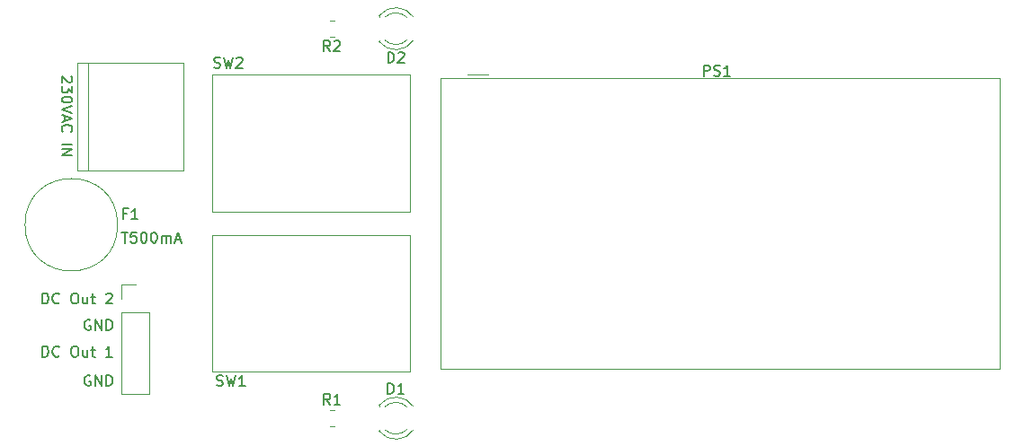
<source format=gto>
G04 #@! TF.GenerationSoftware,KiCad,Pcbnew,(5.1.10)-1*
G04 #@! TF.CreationDate,2021-08-09T14:03:53+02:00*
G04 #@! TF.ProjectId,PSU,5053552e-6b69-4636-9164-5f7063625858,rev?*
G04 #@! TF.SameCoordinates,Original*
G04 #@! TF.FileFunction,Legend,Top*
G04 #@! TF.FilePolarity,Positive*
%FSLAX46Y46*%
G04 Gerber Fmt 4.6, Leading zero omitted, Abs format (unit mm)*
G04 Created by KiCad (PCBNEW (5.1.10)-1) date 2021-08-09 14:03:53*
%MOMM*%
%LPD*%
G01*
G04 APERTURE LIST*
%ADD10C,0.150000*%
%ADD11C,0.120000*%
%ADD12C,3.200000*%
%ADD13C,1.800000*%
%ADD14R,1.800000X1.800000*%
%ADD15C,3.000000*%
%ADD16R,3.000000X3.000000*%
%ADD17O,1.700000X1.700000*%
%ADD18R,1.700000X1.700000*%
%ADD19C,2.000000*%
G04 APERTURE END LIST*
D10*
X155940476Y-96202380D02*
X156511904Y-96202380D01*
X156226190Y-97202380D02*
X156226190Y-96202380D01*
X157321428Y-96202380D02*
X156845238Y-96202380D01*
X156797619Y-96678571D01*
X156845238Y-96630952D01*
X156940476Y-96583333D01*
X157178571Y-96583333D01*
X157273809Y-96630952D01*
X157321428Y-96678571D01*
X157369047Y-96773809D01*
X157369047Y-97011904D01*
X157321428Y-97107142D01*
X157273809Y-97154761D01*
X157178571Y-97202380D01*
X156940476Y-97202380D01*
X156845238Y-97154761D01*
X156797619Y-97107142D01*
X157988095Y-96202380D02*
X158083333Y-96202380D01*
X158178571Y-96250000D01*
X158226190Y-96297619D01*
X158273809Y-96392857D01*
X158321428Y-96583333D01*
X158321428Y-96821428D01*
X158273809Y-97011904D01*
X158226190Y-97107142D01*
X158178571Y-97154761D01*
X158083333Y-97202380D01*
X157988095Y-97202380D01*
X157892857Y-97154761D01*
X157845238Y-97107142D01*
X157797619Y-97011904D01*
X157750000Y-96821428D01*
X157750000Y-96583333D01*
X157797619Y-96392857D01*
X157845238Y-96297619D01*
X157892857Y-96250000D01*
X157988095Y-96202380D01*
X158940476Y-96202380D02*
X159035714Y-96202380D01*
X159130952Y-96250000D01*
X159178571Y-96297619D01*
X159226190Y-96392857D01*
X159273809Y-96583333D01*
X159273809Y-96821428D01*
X159226190Y-97011904D01*
X159178571Y-97107142D01*
X159130952Y-97154761D01*
X159035714Y-97202380D01*
X158940476Y-97202380D01*
X158845238Y-97154761D01*
X158797619Y-97107142D01*
X158750000Y-97011904D01*
X158702380Y-96821428D01*
X158702380Y-96583333D01*
X158750000Y-96392857D01*
X158797619Y-96297619D01*
X158845238Y-96250000D01*
X158940476Y-96202380D01*
X159702380Y-97202380D02*
X159702380Y-96535714D01*
X159702380Y-96630952D02*
X159750000Y-96583333D01*
X159845238Y-96535714D01*
X159988095Y-96535714D01*
X160083333Y-96583333D01*
X160130952Y-96678571D01*
X160130952Y-97202380D01*
X160130952Y-96678571D02*
X160178571Y-96583333D01*
X160273809Y-96535714D01*
X160416666Y-96535714D01*
X160511904Y-96583333D01*
X160559523Y-96678571D01*
X160559523Y-97202380D01*
X160988095Y-96916666D02*
X161464285Y-96916666D01*
X160892857Y-97202380D02*
X161226190Y-96202380D01*
X161559523Y-97202380D01*
X152988095Y-109750000D02*
X152892857Y-109702380D01*
X152750000Y-109702380D01*
X152607142Y-109750000D01*
X152511904Y-109845238D01*
X152464285Y-109940476D01*
X152416666Y-110130952D01*
X152416666Y-110273809D01*
X152464285Y-110464285D01*
X152511904Y-110559523D01*
X152607142Y-110654761D01*
X152750000Y-110702380D01*
X152845238Y-110702380D01*
X152988095Y-110654761D01*
X153035714Y-110607142D01*
X153035714Y-110273809D01*
X152845238Y-110273809D01*
X153464285Y-110702380D02*
X153464285Y-109702380D01*
X154035714Y-110702380D01*
X154035714Y-109702380D01*
X154511904Y-110702380D02*
X154511904Y-109702380D01*
X154750000Y-109702380D01*
X154892857Y-109750000D01*
X154988095Y-109845238D01*
X155035714Y-109940476D01*
X155083333Y-110130952D01*
X155083333Y-110273809D01*
X155035714Y-110464285D01*
X154988095Y-110559523D01*
X154892857Y-110654761D01*
X154750000Y-110702380D01*
X154511904Y-110702380D01*
X152988095Y-104500000D02*
X152892857Y-104452380D01*
X152750000Y-104452380D01*
X152607142Y-104500000D01*
X152511904Y-104595238D01*
X152464285Y-104690476D01*
X152416666Y-104880952D01*
X152416666Y-105023809D01*
X152464285Y-105214285D01*
X152511904Y-105309523D01*
X152607142Y-105404761D01*
X152750000Y-105452380D01*
X152845238Y-105452380D01*
X152988095Y-105404761D01*
X153035714Y-105357142D01*
X153035714Y-105023809D01*
X152845238Y-105023809D01*
X153464285Y-105452380D02*
X153464285Y-104452380D01*
X154035714Y-105452380D01*
X154035714Y-104452380D01*
X154511904Y-105452380D02*
X154511904Y-104452380D01*
X154750000Y-104452380D01*
X154892857Y-104500000D01*
X154988095Y-104595238D01*
X155035714Y-104690476D01*
X155083333Y-104880952D01*
X155083333Y-105023809D01*
X155035714Y-105214285D01*
X154988095Y-105309523D01*
X154892857Y-105404761D01*
X154750000Y-105452380D01*
X154511904Y-105452380D01*
X148488095Y-107952380D02*
X148488095Y-106952380D01*
X148726190Y-106952380D01*
X148869047Y-107000000D01*
X148964285Y-107095238D01*
X149011904Y-107190476D01*
X149059523Y-107380952D01*
X149059523Y-107523809D01*
X149011904Y-107714285D01*
X148964285Y-107809523D01*
X148869047Y-107904761D01*
X148726190Y-107952380D01*
X148488095Y-107952380D01*
X150059523Y-107857142D02*
X150011904Y-107904761D01*
X149869047Y-107952380D01*
X149773809Y-107952380D01*
X149630952Y-107904761D01*
X149535714Y-107809523D01*
X149488095Y-107714285D01*
X149440476Y-107523809D01*
X149440476Y-107380952D01*
X149488095Y-107190476D01*
X149535714Y-107095238D01*
X149630952Y-107000000D01*
X149773809Y-106952380D01*
X149869047Y-106952380D01*
X150011904Y-107000000D01*
X150059523Y-107047619D01*
X151440476Y-106952380D02*
X151630952Y-106952380D01*
X151726190Y-107000000D01*
X151821428Y-107095238D01*
X151869047Y-107285714D01*
X151869047Y-107619047D01*
X151821428Y-107809523D01*
X151726190Y-107904761D01*
X151630952Y-107952380D01*
X151440476Y-107952380D01*
X151345238Y-107904761D01*
X151250000Y-107809523D01*
X151202380Y-107619047D01*
X151202380Y-107285714D01*
X151250000Y-107095238D01*
X151345238Y-107000000D01*
X151440476Y-106952380D01*
X152726190Y-107285714D02*
X152726190Y-107952380D01*
X152297619Y-107285714D02*
X152297619Y-107809523D01*
X152345238Y-107904761D01*
X152440476Y-107952380D01*
X152583333Y-107952380D01*
X152678571Y-107904761D01*
X152726190Y-107857142D01*
X153059523Y-107285714D02*
X153440476Y-107285714D01*
X153202380Y-106952380D02*
X153202380Y-107809523D01*
X153250000Y-107904761D01*
X153345238Y-107952380D01*
X153440476Y-107952380D01*
X155059523Y-107952380D02*
X154488095Y-107952380D01*
X154773809Y-107952380D02*
X154773809Y-106952380D01*
X154678571Y-107095238D01*
X154583333Y-107190476D01*
X154488095Y-107238095D01*
X148488095Y-102952380D02*
X148488095Y-101952380D01*
X148726190Y-101952380D01*
X148869047Y-102000000D01*
X148964285Y-102095238D01*
X149011904Y-102190476D01*
X149059523Y-102380952D01*
X149059523Y-102523809D01*
X149011904Y-102714285D01*
X148964285Y-102809523D01*
X148869047Y-102904761D01*
X148726190Y-102952380D01*
X148488095Y-102952380D01*
X150059523Y-102857142D02*
X150011904Y-102904761D01*
X149869047Y-102952380D01*
X149773809Y-102952380D01*
X149630952Y-102904761D01*
X149535714Y-102809523D01*
X149488095Y-102714285D01*
X149440476Y-102523809D01*
X149440476Y-102380952D01*
X149488095Y-102190476D01*
X149535714Y-102095238D01*
X149630952Y-102000000D01*
X149773809Y-101952380D01*
X149869047Y-101952380D01*
X150011904Y-102000000D01*
X150059523Y-102047619D01*
X151440476Y-101952380D02*
X151630952Y-101952380D01*
X151726190Y-102000000D01*
X151821428Y-102095238D01*
X151869047Y-102285714D01*
X151869047Y-102619047D01*
X151821428Y-102809523D01*
X151726190Y-102904761D01*
X151630952Y-102952380D01*
X151440476Y-102952380D01*
X151345238Y-102904761D01*
X151250000Y-102809523D01*
X151202380Y-102619047D01*
X151202380Y-102285714D01*
X151250000Y-102095238D01*
X151345238Y-102000000D01*
X151440476Y-101952380D01*
X152726190Y-102285714D02*
X152726190Y-102952380D01*
X152297619Y-102285714D02*
X152297619Y-102809523D01*
X152345238Y-102904761D01*
X152440476Y-102952380D01*
X152583333Y-102952380D01*
X152678571Y-102904761D01*
X152726190Y-102857142D01*
X153059523Y-102285714D02*
X153440476Y-102285714D01*
X153202380Y-101952380D02*
X153202380Y-102809523D01*
X153250000Y-102904761D01*
X153345238Y-102952380D01*
X153440476Y-102952380D01*
X154488095Y-102047619D02*
X154535714Y-102000000D01*
X154630952Y-101952380D01*
X154869047Y-101952380D01*
X154964285Y-102000000D01*
X155011904Y-102047619D01*
X155059523Y-102142857D01*
X155059523Y-102238095D01*
X155011904Y-102380952D01*
X154440476Y-102952380D01*
X155059523Y-102952380D01*
X151202380Y-81511904D02*
X151250000Y-81559523D01*
X151297619Y-81654761D01*
X151297619Y-81892857D01*
X151250000Y-81988095D01*
X151202380Y-82035714D01*
X151107142Y-82083333D01*
X151011904Y-82083333D01*
X150869047Y-82035714D01*
X150297619Y-81464285D01*
X150297619Y-82083333D01*
X151297619Y-82416666D02*
X151297619Y-83035714D01*
X150916666Y-82702380D01*
X150916666Y-82845238D01*
X150869047Y-82940476D01*
X150821428Y-82988095D01*
X150726190Y-83035714D01*
X150488095Y-83035714D01*
X150392857Y-82988095D01*
X150345238Y-82940476D01*
X150297619Y-82845238D01*
X150297619Y-82559523D01*
X150345238Y-82464285D01*
X150392857Y-82416666D01*
X151297619Y-83654761D02*
X151297619Y-83750000D01*
X151250000Y-83845238D01*
X151202380Y-83892857D01*
X151107142Y-83940476D01*
X150916666Y-83988095D01*
X150678571Y-83988095D01*
X150488095Y-83940476D01*
X150392857Y-83892857D01*
X150345238Y-83845238D01*
X150297619Y-83750000D01*
X150297619Y-83654761D01*
X150345238Y-83559523D01*
X150392857Y-83511904D01*
X150488095Y-83464285D01*
X150678571Y-83416666D01*
X150916666Y-83416666D01*
X151107142Y-83464285D01*
X151202380Y-83511904D01*
X151250000Y-83559523D01*
X151297619Y-83654761D01*
X151297619Y-84273809D02*
X150297619Y-84607142D01*
X151297619Y-84940476D01*
X150583333Y-85226190D02*
X150583333Y-85702380D01*
X150297619Y-85130952D02*
X151297619Y-85464285D01*
X150297619Y-85797619D01*
X150392857Y-86702380D02*
X150345238Y-86654761D01*
X150297619Y-86511904D01*
X150297619Y-86416666D01*
X150345238Y-86273809D01*
X150440476Y-86178571D01*
X150535714Y-86130952D01*
X150726190Y-86083333D01*
X150869047Y-86083333D01*
X151059523Y-86130952D01*
X151154761Y-86178571D01*
X151250000Y-86273809D01*
X151297619Y-86416666D01*
X151297619Y-86511904D01*
X151250000Y-86654761D01*
X151202380Y-86702380D01*
X150297619Y-87892857D02*
X151297619Y-87892857D01*
X150297619Y-88369047D02*
X151297619Y-88369047D01*
X150297619Y-88940476D01*
X151297619Y-88940476D01*
D11*
X175977064Y-77735000D02*
X175522936Y-77735000D01*
X175977064Y-76265000D02*
X175522936Y-76265000D01*
X175977064Y-114485000D02*
X175522936Y-114485000D01*
X175977064Y-113015000D02*
X175522936Y-113015000D01*
X182811130Y-78079837D02*
G75*
G02*
X180729039Y-78080000I-1041130J1079837D01*
G01*
X182811130Y-75920163D02*
G75*
G03*
X180729039Y-75920000I-1041130J-1079837D01*
G01*
X183442335Y-78078608D02*
G75*
G02*
X180210000Y-78235516I-1672335J1078608D01*
G01*
X183442335Y-75921392D02*
G75*
G03*
X180210000Y-75764484I-1672335J-1078608D01*
G01*
X180210000Y-75764000D02*
X180210000Y-75920000D01*
X180210000Y-78080000D02*
X180210000Y-78236000D01*
X182811130Y-114829837D02*
G75*
G02*
X180729039Y-114830000I-1041130J1079837D01*
G01*
X182811130Y-112670163D02*
G75*
G03*
X180729039Y-112670000I-1041130J-1079837D01*
G01*
X183442335Y-114828608D02*
G75*
G02*
X180210000Y-114985516I-1672335J1078608D01*
G01*
X183442335Y-112671392D02*
G75*
G03*
X180210000Y-112514484I-1672335J-1078608D01*
G01*
X180210000Y-112514000D02*
X180210000Y-112670000D01*
X180210000Y-114830000D02*
X180210000Y-114986000D01*
X164500000Y-96450000D02*
X183100000Y-96450000D01*
X164500000Y-109350000D02*
X183100000Y-109350000D01*
X164500000Y-96450000D02*
X164500000Y-109350000D01*
X183100000Y-96450000D02*
X183100000Y-109350000D01*
X183100000Y-94250000D02*
X164500000Y-94250000D01*
X183100000Y-81350000D02*
X164500000Y-81350000D01*
X183100000Y-94250000D02*
X183100000Y-81350000D01*
X164500000Y-94250000D02*
X164500000Y-81350000D01*
X190500000Y-81350000D02*
X188500000Y-81350000D01*
X238620000Y-81680000D02*
X238620000Y-109120000D01*
X185980000Y-81680000D02*
X238620000Y-81680000D01*
X185980000Y-109120000D02*
X238620000Y-109120000D01*
X185980000Y-81680000D02*
X185980000Y-109120000D01*
X155920000Y-111450000D02*
X158580000Y-111450000D01*
X155920000Y-103770000D02*
X155920000Y-111450000D01*
X158580000Y-103770000D02*
X158580000Y-111450000D01*
X155920000Y-103770000D02*
X158580000Y-103770000D01*
X155920000Y-102500000D02*
X155920000Y-101170000D01*
X155920000Y-101170000D02*
X157250000Y-101170000D01*
X151750000Y-80210000D02*
X151750000Y-90370000D01*
X161750000Y-80210000D02*
X151750000Y-80210000D01*
X161750000Y-90370000D02*
X161750000Y-80210000D01*
X151750000Y-90370000D02*
X161750000Y-90370000D01*
X152750000Y-90370000D02*
X152750000Y-80210000D01*
X155570000Y-95500000D02*
G75*
G03*
X155570000Y-95500000I-4360000J0D01*
G01*
D10*
X175583333Y-79102380D02*
X175250000Y-78626190D01*
X175011904Y-79102380D02*
X175011904Y-78102380D01*
X175392857Y-78102380D01*
X175488095Y-78150000D01*
X175535714Y-78197619D01*
X175583333Y-78292857D01*
X175583333Y-78435714D01*
X175535714Y-78530952D01*
X175488095Y-78578571D01*
X175392857Y-78626190D01*
X175011904Y-78626190D01*
X175964285Y-78197619D02*
X176011904Y-78150000D01*
X176107142Y-78102380D01*
X176345238Y-78102380D01*
X176440476Y-78150000D01*
X176488095Y-78197619D01*
X176535714Y-78292857D01*
X176535714Y-78388095D01*
X176488095Y-78530952D01*
X175916666Y-79102380D01*
X176535714Y-79102380D01*
X175583333Y-112452380D02*
X175250000Y-111976190D01*
X175011904Y-112452380D02*
X175011904Y-111452380D01*
X175392857Y-111452380D01*
X175488095Y-111500000D01*
X175535714Y-111547619D01*
X175583333Y-111642857D01*
X175583333Y-111785714D01*
X175535714Y-111880952D01*
X175488095Y-111928571D01*
X175392857Y-111976190D01*
X175011904Y-111976190D01*
X176535714Y-112452380D02*
X175964285Y-112452380D01*
X176250000Y-112452380D02*
X176250000Y-111452380D01*
X176154761Y-111595238D01*
X176059523Y-111690476D01*
X175964285Y-111738095D01*
X181031904Y-80202380D02*
X181031904Y-79202380D01*
X181270000Y-79202380D01*
X181412857Y-79250000D01*
X181508095Y-79345238D01*
X181555714Y-79440476D01*
X181603333Y-79630952D01*
X181603333Y-79773809D01*
X181555714Y-79964285D01*
X181508095Y-80059523D01*
X181412857Y-80154761D01*
X181270000Y-80202380D01*
X181031904Y-80202380D01*
X181984285Y-79297619D02*
X182031904Y-79250000D01*
X182127142Y-79202380D01*
X182365238Y-79202380D01*
X182460476Y-79250000D01*
X182508095Y-79297619D01*
X182555714Y-79392857D01*
X182555714Y-79488095D01*
X182508095Y-79630952D01*
X181936666Y-80202380D01*
X182555714Y-80202380D01*
X181011904Y-111452380D02*
X181011904Y-110452380D01*
X181250000Y-110452380D01*
X181392857Y-110500000D01*
X181488095Y-110595238D01*
X181535714Y-110690476D01*
X181583333Y-110880952D01*
X181583333Y-111023809D01*
X181535714Y-111214285D01*
X181488095Y-111309523D01*
X181392857Y-111404761D01*
X181250000Y-111452380D01*
X181011904Y-111452380D01*
X182535714Y-111452380D02*
X181964285Y-111452380D01*
X182250000Y-111452380D02*
X182250000Y-110452380D01*
X182154761Y-110595238D01*
X182059523Y-110690476D01*
X181964285Y-110738095D01*
X164916666Y-110654761D02*
X165059523Y-110702380D01*
X165297619Y-110702380D01*
X165392857Y-110654761D01*
X165440476Y-110607142D01*
X165488095Y-110511904D01*
X165488095Y-110416666D01*
X165440476Y-110321428D01*
X165392857Y-110273809D01*
X165297619Y-110226190D01*
X165107142Y-110178571D01*
X165011904Y-110130952D01*
X164964285Y-110083333D01*
X164916666Y-109988095D01*
X164916666Y-109892857D01*
X164964285Y-109797619D01*
X165011904Y-109750000D01*
X165107142Y-109702380D01*
X165345238Y-109702380D01*
X165488095Y-109750000D01*
X165821428Y-109702380D02*
X166059523Y-110702380D01*
X166250000Y-109988095D01*
X166440476Y-110702380D01*
X166678571Y-109702380D01*
X167583333Y-110702380D02*
X167011904Y-110702380D01*
X167297619Y-110702380D02*
X167297619Y-109702380D01*
X167202380Y-109845238D01*
X167107142Y-109940476D01*
X167011904Y-109988095D01*
X164666666Y-80654761D02*
X164809523Y-80702380D01*
X165047619Y-80702380D01*
X165142857Y-80654761D01*
X165190476Y-80607142D01*
X165238095Y-80511904D01*
X165238095Y-80416666D01*
X165190476Y-80321428D01*
X165142857Y-80273809D01*
X165047619Y-80226190D01*
X164857142Y-80178571D01*
X164761904Y-80130952D01*
X164714285Y-80083333D01*
X164666666Y-79988095D01*
X164666666Y-79892857D01*
X164714285Y-79797619D01*
X164761904Y-79750000D01*
X164857142Y-79702380D01*
X165095238Y-79702380D01*
X165238095Y-79750000D01*
X165571428Y-79702380D02*
X165809523Y-80702380D01*
X166000000Y-79988095D01*
X166190476Y-80702380D01*
X166428571Y-79702380D01*
X166761904Y-79797619D02*
X166809523Y-79750000D01*
X166904761Y-79702380D01*
X167142857Y-79702380D01*
X167238095Y-79750000D01*
X167285714Y-79797619D01*
X167333333Y-79892857D01*
X167333333Y-79988095D01*
X167285714Y-80130952D01*
X166714285Y-80702380D01*
X167333333Y-80702380D01*
X210785714Y-81452380D02*
X210785714Y-80452380D01*
X211166666Y-80452380D01*
X211261904Y-80500000D01*
X211309523Y-80547619D01*
X211357142Y-80642857D01*
X211357142Y-80785714D01*
X211309523Y-80880952D01*
X211261904Y-80928571D01*
X211166666Y-80976190D01*
X210785714Y-80976190D01*
X211738095Y-81404761D02*
X211880952Y-81452380D01*
X212119047Y-81452380D01*
X212214285Y-81404761D01*
X212261904Y-81357142D01*
X212309523Y-81261904D01*
X212309523Y-81166666D01*
X212261904Y-81071428D01*
X212214285Y-81023809D01*
X212119047Y-80976190D01*
X211928571Y-80928571D01*
X211833333Y-80880952D01*
X211785714Y-80833333D01*
X211738095Y-80738095D01*
X211738095Y-80642857D01*
X211785714Y-80547619D01*
X211833333Y-80500000D01*
X211928571Y-80452380D01*
X212166666Y-80452380D01*
X212309523Y-80500000D01*
X213261904Y-81452380D02*
X212690476Y-81452380D01*
X212976190Y-81452380D02*
X212976190Y-80452380D01*
X212880952Y-80595238D01*
X212785714Y-80690476D01*
X212690476Y-80738095D01*
X156416666Y-94428571D02*
X156083333Y-94428571D01*
X156083333Y-94952380D02*
X156083333Y-93952380D01*
X156559523Y-93952380D01*
X157464285Y-94952380D02*
X156892857Y-94952380D01*
X157178571Y-94952380D02*
X157178571Y-93952380D01*
X157083333Y-94095238D01*
X156988095Y-94190476D01*
X156892857Y-94238095D01*
%LPC*%
D12*
X142500000Y-114000000D03*
X142500000Y-99000000D03*
X142500000Y-92000000D03*
X142500000Y-77000000D03*
G36*
G01*
X175350000Y-76549999D02*
X175350000Y-77450001D01*
G75*
G02*
X175100001Y-77700000I-249999J0D01*
G01*
X174399999Y-77700000D01*
G75*
G02*
X174150000Y-77450001I0J249999D01*
G01*
X174150000Y-76549999D01*
G75*
G02*
X174399999Y-76300000I249999J0D01*
G01*
X175100001Y-76300000D01*
G75*
G02*
X175350000Y-76549999I0J-249999D01*
G01*
G37*
G36*
G01*
X177350000Y-76549999D02*
X177350000Y-77450001D01*
G75*
G02*
X177100001Y-77700000I-249999J0D01*
G01*
X176399999Y-77700000D01*
G75*
G02*
X176150000Y-77450001I0J249999D01*
G01*
X176150000Y-76549999D01*
G75*
G02*
X176399999Y-76300000I249999J0D01*
G01*
X177100001Y-76300000D01*
G75*
G02*
X177350000Y-76549999I0J-249999D01*
G01*
G37*
G36*
G01*
X175350000Y-113299999D02*
X175350000Y-114200001D01*
G75*
G02*
X175100001Y-114450000I-249999J0D01*
G01*
X174399999Y-114450000D01*
G75*
G02*
X174150000Y-114200001I0J249999D01*
G01*
X174150000Y-113299999D01*
G75*
G02*
X174399999Y-113050000I249999J0D01*
G01*
X175100001Y-113050000D01*
G75*
G02*
X175350000Y-113299999I0J-249999D01*
G01*
G37*
G36*
G01*
X177350000Y-113299999D02*
X177350000Y-114200001D01*
G75*
G02*
X177100001Y-114450000I-249999J0D01*
G01*
X176399999Y-114450000D01*
G75*
G02*
X176150000Y-114200001I0J249999D01*
G01*
X176150000Y-113299999D01*
G75*
G02*
X176399999Y-113050000I249999J0D01*
G01*
X177100001Y-113050000D01*
G75*
G02*
X177350000Y-113299999I0J-249999D01*
G01*
G37*
D13*
X183040000Y-77000000D03*
D14*
X180500000Y-77000000D03*
D13*
X183040000Y-113750000D03*
D14*
X180500000Y-113750000D03*
D15*
X178900000Y-107250000D03*
X168700000Y-107250000D03*
X178900000Y-98550000D03*
X168700000Y-98550000D03*
D12*
X191750000Y-113750000D03*
X191750000Y-77000000D03*
X149500000Y-114000000D03*
X149500000Y-77000000D03*
D15*
X168700000Y-83450000D03*
X178900000Y-83450000D03*
X168700000Y-92150000D03*
X178900000Y-92150000D03*
D16*
X189500000Y-85000000D03*
D15*
X234500000Y-97800000D03*
X189500000Y-105800000D03*
X234500000Y-105800000D03*
D17*
X157250000Y-110120000D03*
X157250000Y-107580000D03*
X157250000Y-105040000D03*
D18*
X157250000Y-102500000D03*
D15*
X156750000Y-87830000D03*
D16*
X156750000Y-82750000D03*
D19*
X148670000Y-95500000D03*
X153750000Y-95500000D03*
M02*

</source>
